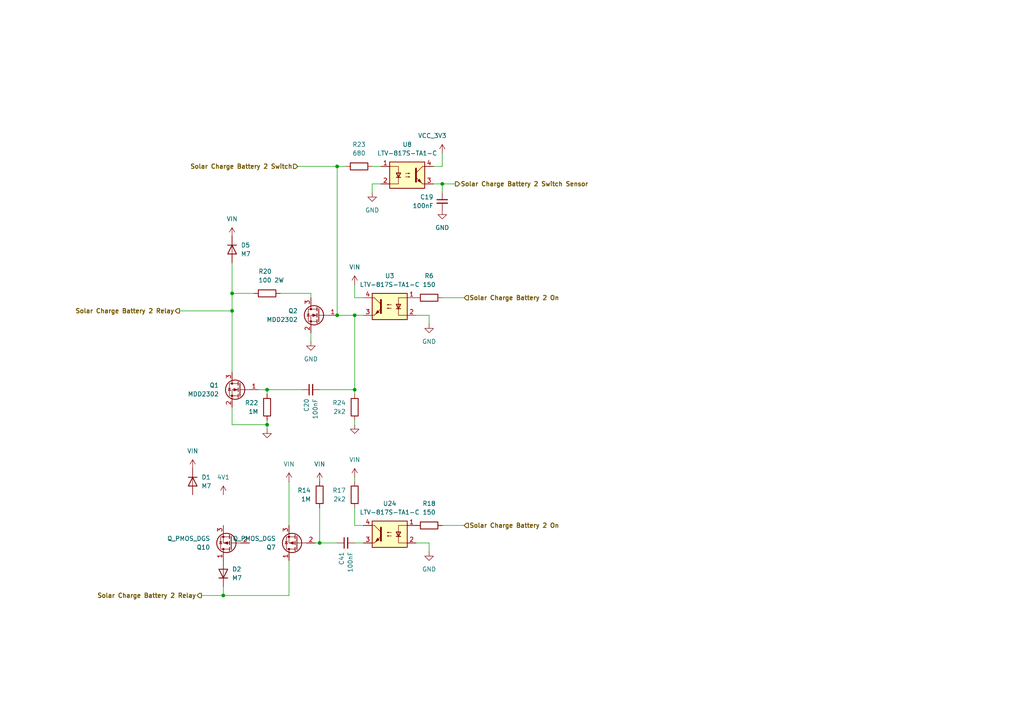
<source format=kicad_sch>
(kicad_sch (version 20250114) (generator "eeschema") (generator_version "9.0")
  (paper "A4")
  (title_block (title "Solar Charge Management") (date "2025-09-04") (rev "1.0"))
  (lib_symbols
    (symbol "Device:C_Small" (pin_numbers (hide yes)) (pin_names (offset 0.254) (hide yes))
      (property "Reference" "C" (at 0.254 1.778 0))
      (property "Value" "C_Small" (at 0.254 -2.032 0))
      (symbol "C_Small_0_1"
        (polyline (pts (xy -1.524 0.508) (xy 1.524 0.508)) (stroke (width 0.3048)))
        (polyline (pts (xy -1.524 -0.508) (xy 1.524 -0.508)) (stroke (width 0.3302)))
      )
      (symbol "C_Small_1_1"
        (pin passive line (at 0 2.54 270) (length 2.032) (name "~") (number "1"))
        (pin passive line (at 0 -2.54 90) (length 2.032) (name "~") (number "2"))
      )
    )
    (symbol "Device:R" (pin_numbers (hide yes)) (pin_names (offset 0))
      (property "Reference" "R" (at 2.032 0 90))
      (property "Value" "R" (at 0 0 90))
      (symbol "R_0_1"
        (rectangle (start -1.016 -2.54) (end 1.016 2.54) (stroke (width 0.254)))
      )
      (symbol "R_1_1"
        (pin passive line (at 0 3.81 270) (length 1.27) (name "~") (number "1"))
        (pin passive line (at 0 -3.81 90) (length 1.27) (name "~") (number "2"))
      )
    )
    (symbol "Diode:1N4001" (pin_numbers (hide yes)) (pin_names (hide yes))
      (property "Reference" "D" (at 0 2.54 0))
      (property "Value" "1N4001" (at 0 -2.54 0))
      (symbol "1N4001_0_1"
        (polyline (pts (xy -1.27 1.27) (xy -1.27 -1.27)) (stroke (width 0.254)))
        (polyline (pts (xy 1.27 1.27) (xy 1.27 -1.27) (xy -1.27 0) (xy 1.27 1.27)) (stroke (width 0.254)))
        (polyline (pts (xy 1.27 0) (xy -1.27 0)))
      )
      (symbol "1N4001_1_1"
        (pin passive line (at -3.81 0 0) (length 2.54) (name "K") (number "1"))
        (pin passive line (at 3.81 0 180) (length 2.54) (name "A") (number "2"))
      )
    )
    (symbol "Isolator:LTV-357T" (pin_names (offset 1.016))
      (property "Reference" "U" (at -5.334 4.826 0))
      (property "Value" "LTV-357T" (at 0 5.08 0))
      (symbol "LTV-357T_0_1"
        (rectangle (start -5.08 3.81) (end 5.08 -3.81) (stroke (width 0.254)) (fill (type background)))
        (polyline (pts (xy -5.08 2.54) (xy -2.54 2.54) (xy -2.54 -0.762)))
        (polyline (pts (xy -3.175 -0.635) (xy -1.905 -0.635)) (stroke (width 0.254)))
        (polyline (pts (xy -2.54 -0.635) (xy -2.54 -2.54) (xy -5.08 -2.54)))
        (polyline (pts (xy -2.54 -0.635) (xy -3.175 0.635) (xy -1.905 0.635) (xy -2.54 -0.635)) (stroke (width 0.254)))
        (polyline (pts (xy -0.508 0.508) (xy 0.762 0.508) (xy 0.381 0.381) (xy 0.381 0.635) (xy 0.762 0.508)))
        (polyline (pts (xy -0.508 -0.508) (xy 0.762 -0.508) (xy 0.381 -0.635) (xy 0.381 -0.381) (xy 0.762 -0.508)))
        (polyline (pts (xy 2.54 1.905) (xy 2.54 -1.905)) (stroke (width 0.508)))
        (polyline (pts (xy 2.54 0.635) (xy 4.445 2.54)))
        (polyline (pts (xy 3.048 -1.651) (xy 3.556 -1.143) (xy 4.064 -2.159) (xy 3.048 -1.651)) (fill (type outline)))
        (polyline (pts (xy 4.445 2.54) (xy 5.08 2.54)))
        (polyline (pts (xy 4.445 -2.54) (xy 2.54 -0.635)) (fill (type outline)))
        (polyline (pts (xy 4.445 -2.54) (xy 5.08 -2.54)))
      )
      (symbol "LTV-357T_1_1"
        (pin passive line (at -7.62 2.54 0) (length 2.54) (name "~") (number "1"))
        (pin passive line (at -7.62 -2.54 0) (length 2.54) (name "~") (number "2"))
        (pin passive line (at 7.62 2.54 180) (length 2.54) (name "~") (number "4"))
        (pin passive line (at 7.62 -2.54 180) (length 2.54) (name "~") (number "3"))
      )
    )
    (symbol "Transistor_FET:Q_PMOS_DGS" (pin_names (offset 0) (hide yes))
      (property "Reference" "Q" (at 5.08 1.905 0))
      (property "Value" "Q_PMOS_DGS" (at 5.08 0 0))
      (symbol "Q_PMOS_DGS_0_1"
        (polyline (pts (xy 0.254 1.905) (xy 0.254 -1.905)) (stroke (width 0.254)))
        (polyline (pts (xy 0.254 0) (xy -2.54 0)))
        (polyline (pts (xy 0.762 2.286) (xy 0.762 1.27)) (stroke (width 0.254)))
        (polyline (pts (xy 0.762 1.778) (xy 3.302 1.778) (xy 3.302 -1.778) (xy 0.762 -1.778)))
        (polyline (pts (xy 0.762 0.508) (xy 0.762 -0.508)) (stroke (width 0.254)))
        (polyline (pts (xy 0.762 -1.27) (xy 0.762 -2.286)) (stroke (width 0.254)))
        (circle (center 1.651 0) (radius 2.794) (stroke (width 0.254)))
        (polyline (pts (xy 2.286 0) (xy 1.27 0.381) (xy 1.27 -0.381) (xy 2.286 0)) (fill (type outline)))
        (polyline (pts (xy 2.54 2.54) (xy 2.54 1.778)))
        (circle (center 2.54 1.778) (radius 0.254) (fill (type outline)))
        (circle (center 2.54 -1.778) (radius 0.254) (fill (type outline)))
        (polyline (pts (xy 2.54 -2.54) (xy 2.54 0) (xy 0.762 0)))
        (polyline (pts (xy 2.921 -0.381) (xy 3.683 -0.381)))
        (polyline (pts (xy 3.302 -0.381) (xy 2.921 0.254) (xy 3.683 0.254) (xy 3.302 -0.381)))
      )
      (symbol "Q_PMOS_DGS_1_1"
        (pin input line (at -5.08 0 0) (length 2.54) (name "G") (number "2"))
        (pin passive line (at 2.54 5.08 270) (length 2.54) (name "D") (number "1"))
        (pin passive line (at 2.54 -5.08 90) (length 2.54) (name "S") (number "3"))
      )
    )
    (symbol "camper_van:MDD2302" (pin_names (offset 0) (hide yes))
      (property "Reference" "Q7" (at 6.35 1.2701 0))
      (property "Value" "MDD2302" (at 6.35 -1.2699 0))
      (symbol "MDD2302_0_1"
        (polyline (pts (xy 0.254 1.905) (xy 0.254 -1.905)) (stroke (width 0.254)))
        (polyline (pts (xy 0.254 0) (xy -2.54 0)))
        (polyline (pts (xy 0.762 2.286) (xy 0.762 1.27)) (stroke (width 0.254)))
        (polyline (pts (xy 0.762 0.508) (xy 0.762 -0.508)) (stroke (width 0.254)))
        (polyline (pts (xy 0.762 -1.27) (xy 0.762 -2.286)) (stroke (width 0.254)))
        (polyline (pts (xy 0.762 -1.778) (xy 3.302 -1.778) (xy 3.302 1.778) (xy 0.762 1.778)))
        (polyline (pts (xy 1.016 0) (xy 2.032 0.381) (xy 2.032 -0.381) (xy 1.016 0)) (fill (type outline)))
        (circle (center 1.651 0) (radius 2.794) (stroke (width 0.254)))
        (polyline (pts (xy 2.54 2.54) (xy 2.54 1.778)))
        (circle (center 2.54 1.778) (radius 0.254) (fill (type outline)))
        (circle (center 2.54 -1.778) (radius 0.254) (fill (type outline)))
        (polyline (pts (xy 2.54 -2.54) (xy 2.54 0) (xy 0.762 0)))
        (polyline (pts (xy 2.921 0.381) (xy 3.683 0.381)))
        (polyline (pts (xy 3.302 0.381) (xy 2.921 -0.254) (xy 3.683 -0.254) (xy 3.302 0.381)))
      )
      (symbol "MDD2302_1_1"
        (pin input line (at -5.08 0 0) (length 2.54) (name "G") (number "1"))
        (pin passive line (at 2.54 5.08 270) (length 2.54) (name "D") (number "3"))
        (pin passive line (at 2.54 -5.08 90) (length 2.54) (name "S") (number "2"))
      )
    )
    (symbol "power:+5V" (power) (pin_numbers (hide yes)) (pin_names (offset 0) (hide yes))
      (property "Value" "+5V" (at 0 3.556 0))
      (symbol "+5V_0_1"
        (polyline (pts (xy -0.762 1.27) (xy 0 2.54)))
        (polyline (pts (xy 0 2.54) (xy 0.762 1.27)))
        (polyline (pts (xy 0 0) (xy 0 2.54)))
      )
      (symbol "+5V_1_1"
        (pin power_in line (at 0 0 90) (length 0) (name "~") (number "1"))
      )
    )
    (symbol "power:GND" (power) (pin_numbers (hide yes)) (pin_names (offset 0) (hide yes))
      (property "Value" "GND" (at 0 -3.81 0))
      (symbol "GND_0_1"
        (polyline (pts (xy 0 0) (xy 0 -1.27) (xy 1.27 -1.27) (xy 0 -2.54) (xy -1.27 -1.27) (xy 0 -1.27)))
      )
      (symbol "GND_1_1"
        (pin power_in line (at 0 0 270) (length 0) (name "~") (number "1"))
      )
    )
    (symbol "power:VDD" (power) (pin_numbers (hide yes)) (pin_names (offset 0) (hide yes))
      (property "Value" "VDD" (at 0 3.556 0))
      (symbol "VDD_0_1"
        (polyline (pts (xy -0.762 1.27) (xy 0 2.54)))
        (polyline (pts (xy 0 2.54) (xy 0.762 1.27)))
        (polyline (pts (xy 0 0) (xy 0 2.54)))
      )
      (symbol "VDD_1_1"
        (pin power_in line (at 0 0 90) (length 0) (name "~") (number "1"))
      )
    )
  )
  (junction (at 97.79 91.44))
  (junction (at 67.31 85.09))
  (junction (at 92.71 157.48))
  (junction (at 128.27 53.34))
  (junction (at 102.87 113.03))
  (junction (at 97.79 48.26))
  (junction (at 102.87 91.44))
  (junction (at 67.31 90.17))
  (junction (at 77.47 113.03))
  (junction (at 64.77 172.72))
  (junction (at 77.47 123.19))
  (wire (pts (xy 110.49 53.34) (xy 107.95 53.34)))
  (wire (pts (xy 92.71 113.03) (xy 102.87 113.03)))
  (wire (pts (xy 128.27 48.26) (xy 125.73 48.26)))
  (wire (pts (xy 102.87 121.92) (xy 102.87 123.19)))
  (wire (pts (xy 102.87 91.44) (xy 105.41 91.44)))
  (wire (pts (xy 83.82 139.7) (xy 83.82 152.4)))
  (wire (pts (xy 128.27 53.34) (xy 132.08 53.34)))
  (wire (pts (xy 77.47 121.92) (xy 77.47 123.19)))
  (wire (pts (xy 102.87 86.36) (xy 105.41 86.36)))
  (wire (pts (xy 102.87 147.32) (xy 102.87 152.4)))
  (wire (pts (xy 128.27 152.4) (xy 134.62 152.4)))
  (wire (pts (xy 92.71 147.32) (xy 92.71 157.48)))
  (wire (pts (xy 102.87 114.3) (xy 102.87 113.03)))
  (wire (pts (xy 77.47 124.46) (xy 77.47 123.19)))
  (wire (pts (xy 124.46 157.48) (xy 120.65 157.48)))
  (wire (pts (xy 128.27 55.88) (xy 128.27 53.34)))
  (wire (pts (xy 52.07 90.17) (xy 67.31 90.17)))
  (wire (pts (xy 83.82 162.56) (xy 83.82 172.72)))
  (wire (pts (xy 67.31 90.17) (xy 67.31 107.95)))
  (wire (pts (xy 83.82 172.72) (xy 64.77 172.72)))
  (wire (pts (xy 110.49 48.26) (xy 107.95 48.26)))
  (wire (pts (xy 86.36 48.26) (xy 97.79 48.26)))
  (wire (pts (xy 58.42 172.72) (xy 64.77 172.72)))
  (wire (pts (xy 77.47 114.3) (xy 77.47 113.03)))
  (wire (pts (xy 128.27 86.36) (xy 134.62 86.36)))
  (wire (pts (xy 92.71 157.48) (xy 97.79 157.48)))
  (wire (pts (xy 128.27 53.34) (xy 125.73 53.34)))
  (wire (pts (xy 90.17 85.09) (xy 90.17 86.36)))
  (wire (pts (xy 102.87 91.44) (xy 102.87 113.03)))
  (wire (pts (xy 124.46 93.98) (xy 124.46 91.44)))
  (wire (pts (xy 67.31 76.2) (xy 67.31 85.09)))
  (wire (pts (xy 97.79 48.26) (xy 97.79 91.44)))
  (wire (pts (xy 124.46 91.44) (xy 120.65 91.44)))
  (wire (pts (xy 77.47 113.03) (xy 87.63 113.03)))
  (wire (pts (xy 64.77 172.72) (xy 64.77 170.18)))
  (wire (pts (xy 128.27 44.45) (xy 128.27 48.26)))
  (wire (pts (xy 90.17 96.52) (xy 90.17 99.06)))
  (wire (pts (xy 67.31 118.11) (xy 67.31 123.19)))
  (wire (pts (xy 124.46 160.02) (xy 124.46 157.48)))
  (wire (pts (xy 107.95 53.34) (xy 107.95 55.88)))
  (wire (pts (xy 102.87 138.43) (xy 102.87 139.7)))
  (wire (pts (xy 102.87 157.48) (xy 105.41 157.48)))
  (wire (pts (xy 102.87 152.4) (xy 105.41 152.4)))
  (wire (pts (xy 91.44 157.48) (xy 92.71 157.48)))
  (wire (pts (xy 81.28 85.09) (xy 90.17 85.09)))
  (wire (pts (xy 102.87 82.55) (xy 102.87 86.36)))
  (wire (pts (xy 67.31 123.19) (xy 77.47 123.19)))
  (wire (pts (xy 74.93 113.03) (xy 77.47 113.03)))
  (wire (pts (xy 97.79 48.26) (xy 100.33 48.26)))
  (wire (pts (xy 67.31 85.09) (xy 67.31 90.17)))
  (wire (pts (xy 97.79 91.44) (xy 102.87 91.44)))
  (wire (pts (xy 67.31 85.09) (xy 73.66 85.09)))
  (hierarchical_label "Solar Charge Battery 2 Relay" (shape output) (at 58.42 172.72 180) (effects (font (thickness 0.254) (bold yes))))
  (hierarchical_label "Solar Charge Battery 2 Switch" (shape input) (at 86.36 48.26 180) (effects (font (thickness 0.254) (bold yes))))
  (hierarchical_label "Solar Charge Battery 2 On" (shape input) (at 134.62 86.36 0) (effects (font (thickness 0.254) (bold yes))))
  (hierarchical_label "Solar Charge Battery 2 Switch Sensor" (shape output) (at 132.08 53.34 0) (effects (font (thickness 0.254) (bold yes))))
  (hierarchical_label "Solar Charge Battery 2 Relay" (shape output) (at 52.07 90.17 180) (effects (font (thickness 0.254) (bold yes))))
  (hierarchical_label "Solar Charge Battery 2 On" (shape input) (at 134.62 152.4 0) (effects (font (thickness 0.254) (bold yes))))
  (symbol (lib_id "power:GND") (at 77.47 124.46 0) (mirror y) (unit 1)
    (property "Reference" "#PWR087" (effects (hide yes)))
    (property "Value" "GND" (effects (hide yes)))
    (property "Description" "Power symbol creates a global label with name \"GND\" , ground" (effects (hide yes)))
  )
  (symbol (lib_id "power:VDD") (at 92.71 139.7 0) (unit 1)
    (property "Reference" "#PWR037" (effects (hide yes)))
    (property "Value" "VIN" (at 92.71 134.62 0))
    (property "Description" "Power symbol creates a global label with name \"VDD\"" (effects (hide yes)))
  )
  (symbol (lib_id "power:GND") (at 102.87 123.19 0) (mirror y) (unit 1)
    (property "Reference" "#PWR090" (effects (hide yes)))
    (property "Value" "GND" (effects (hide yes)))
    (property "Description" "Power symbol creates a global label with name \"GND\" , ground" (effects (hide yes)))
  )
  (symbol (lib_id "Diode:1N4001") (at 64.77 166.37 90) (unit 1)
    (property "Reference" "D2" (at 67.31 165.0999 90) (effects (justify right)))
    (property "Value" "M7" (at 67.31 167.6399 90) (effects (justify right)))
    (property "Footprint" "Diode_SMD:D_SMA" (effects (hide yes)))
    (property "Datasheet" "http://www.vishay.com/docs/88503/1n4001.pdf" (effects (hide yes)))
    (property "Description" "50V 1A General Purpose Rectifier Diode, DO-41" (effects (hide yes)))
    (property "Sim.Device" "D" (effects (hide yes)))
    (property "Sim.Pins" "1=K 2=A" (effects (hide yes)))
    (property "LCSC PN" "C95872" (effects (hide yes)))
    (property "Extended" "B" (effects (hide yes)))
  )
  (symbol (lib_id "Device:R") (at 77.47 118.11 0) (mirror y) (unit 1)
    (property "Reference" "R22" (at 74.93 116.8399 0) (effects (justify left)))
    (property "Value" "1M" (at 74.93 119.3799 0) (effects (justify left)))
    (property "Footprint" "Resistor_SMD:R_0805_2012Metric" (effects (hide yes)))
    (property "Description" "Resistor" (effects (hide yes)))
    (property "LCSC PN" "C17514" (effects (hide yes)))
    (property "Extended" "B" (effects (hide yes)))
  )
  (symbol (lib_id "Isolator:LTV-357T") (at 113.03 88.9 0) (mirror y) (unit 1)
    (property "Reference" "U3" (at 113.03 80.01 0))
    (property "Value" "LTV-817S-TA1-C" (at 113.03 82.55 0))
    (property "Footprint" "Package_SO:SO-4_4.4x3.6mm_P2.54mm" (effects (hide yes)))
    (property "Datasheet" "https://www.buerklin.com/medias/sys_master/download/download/h91/ha0/8892020588574.pdf" (effects (hide yes)))
    (property "Description" "DC Optocoupler, Vce 35V, CTR 50%, SO-4" (effects (hide yes)))
    (property "LCSC PN" "C109227" (effects (hide yes)))
    (property "Extended" "B" (effects (hide yes)))
  )
  (symbol (lib_id "Transistor_FET:Q_PMOS_DGS") (at 86.36 157.48 180) (unit 1)
    (property "Reference" "Q7" (at 80.01 158.7501 0) (effects (justify left)))
    (property "Value" "Q_PMOS_DGS" (at 80.01 156.2101 0) (effects (justify left)))
    (property "Footprint" "Package_TO_SOT_SMD:SOT-23" (effects (hide yes)))
    (property "Description" "P-MOSFET transistor, drain/gate/source" (effects (hide yes)))
  )
  (symbol (lib_id "Isolator:LTV-357T") (at 118.11 50.8 0) (unit 1)
    (property "Reference" "U8" (at 118.11 41.91 0))
    (property "Value" "LTV-817S-TA1-C" (at 118.11 44.45 0))
    (property "Footprint" "Package_SO:SO-4_4.4x3.6mm_P2.54mm" (effects (hide yes)))
    (property "Datasheet" "https://www.buerklin.com/medias/sys_master/download/download/h91/ha0/8892020588574.pdf" (effects (hide yes)))
    (property "Description" "DC Optocoupler, Vce 35V, CTR 50%, SO-4" (effects (hide yes)))
    (property "LCSC PN" "C109227" (effects (hide yes)))
    (property "Extended" "B" (effects (hide yes)))
  )
  (symbol (lib_id "Device:R") (at 102.87 118.11 0) (mirror y) (unit 1)
    (property "Reference" "R24" (at 100.33 116.8399 0) (effects (justify left)))
    (property "Value" "2k2" (at 100.33 119.3799 0) (effects (justify left)))
    (property "Footprint" "Resistor_SMD:R_0805_2012Metric" (effects (hide yes)))
    (property "Description" "Resistor" (effects (hide yes)))
    (property "LCSC PN" "C17520" (effects (hide yes)))
    (property "Extended" "B" (effects (hide yes)))
  )
  (symbol (lib_id "Device:R") (at 124.46 86.36 270) (mirror x) (unit 1)
    (property "Reference" "R6" (at 124.46 80.01 90))
    (property "Value" "150" (at 124.46 82.55 90))
    (property "Footprint" "Resistor_SMD:R_0805_2012Metric" (effects (hide yes)))
    (property "Description" "Resistor" (effects (hide yes)))
    (property "LCSC PN" "C17471" (effects (hide yes)))
    (property "Extended" "B" (effects (hide yes)))
  )
  (symbol (lib_id "camper_van:MDD2302") (at 92.71 91.44 0) (mirror y) (unit 1)
    (property "Reference" "Q2" (at 86.36 90.1699 0) (effects (justify left)))
    (property "Value" "MDD2302" (at 86.36 92.7099 0) (effects (justify left)))
    (property "Footprint" "Package_TO_SOT_SMD:SOT-23" (effects (hide yes)))
    (property "Datasheet" "https://jlcpcb.com/api/file/downloadByFileSystemAccessId/8588906188805722112" (effects (hide yes)))
    (property "Description" "4A Id, 20V Vds, 25mOhm Rds, N-Channel HEXFET Power MOSFET, SOT-23" (effects (hide yes)))
    (property "LCSC PN" "C427390" (effects (hide yes)))
    (property "Extended" "PE" (effects (hide yes)))
  )
  (symbol (lib_id "power:VDD") (at 67.31 68.58 0) (unit 1)
    (property "Reference" "#PWR086" (effects (hide yes)))
    (property "Value" "VIN" (at 67.31 63.5 0))
    (property "Description" "Power symbol creates a global label with name \"VDD\"" (effects (hide yes)))
  )
  (symbol (lib_id "Diode:1N4001") (at 67.31 72.39 270) (unit 1)
    (property "Reference" "D5" (at 69.85 71.1199 90) (effects (justify left)))
    (property "Value" "M7" (at 69.85 73.6599 90) (effects (justify left)))
    (property "Footprint" "Diode_SMD:D_SMA" (effects (hide yes)))
    (property "Datasheet" "http://www.vishay.com/docs/88503/1n4001.pdf" (effects (hide yes)))
    (property "Description" "50V 1A General Purpose Rectifier Diode, DO-41" (effects (hide yes)))
    (property "Sim.Device" "D" (effects (hide yes)))
    (property "Sim.Pins" "1=K 2=A" (effects (hide yes)))
    (property "LCSC PN" "C95872" (effects (hide yes)))
    (property "Extended" "B" (effects (hide yes)))
  )
  (symbol (lib_id "Device:C_Small") (at 90.17 113.03 90) (mirror x) (unit 1)
    (property "Reference" "C20" (at 88.9062 115.57 0) (effects (justify left)))
    (property "Value" "100nF" (at 91.4462 115.57 0) (effects (justify left)))
    (property "Footprint" "Capacitor_SMD:C_0805_2012Metric" (effects (hide yes)))
    (property "Description" "Unpolarized capacitor, small symbol" (effects (hide yes)))
    (property "LCSC PN" "C28233" (effects (hide yes)))
    (property "Extended" "B" (effects (hide yes)))
  )
  (symbol (lib_id "power:VDD") (at 102.87 82.55 0) (unit 1)
    (property "Reference" "#PWR089" (effects (hide yes)))
    (property "Value" "VIN" (at 102.87 77.47 0))
    (property "Description" "Power symbol creates a global label with name \"VDD\"" (effects (hide yes)))
  )
  (symbol (lib_id "power:GND") (at 124.46 93.98 0) (mirror y) (unit 1)
    (property "Reference" "#PWR092" (effects (hide yes)))
    (property "Value" "GND" (at 124.46 99.06 0))
    (property "Description" "Power symbol creates a global label with name \"GND\" , ground" (effects (hide yes)))
  )
  (symbol (lib_id "power:GND") (at 90.17 99.06 0) (mirror y) (unit 1)
    (property "Reference" "#PWR088" (effects (hide yes)))
    (property "Value" "GND" (at 90.17 104.14 0))
    (property "Description" "Power symbol creates a global label with name \"GND\" , ground" (effects (hide yes)))
  )
  (symbol (lib_id "power:GND") (at 124.46 160.02 0) (mirror y) (unit 1)
    (property "Reference" "#PWR072" (effects (hide yes)))
    (property "Value" "GND" (at 124.46 165.1 0))
    (property "Description" "Power symbol creates a global label with name \"GND\" , ground" (effects (hide yes)))
  )
  (symbol (lib_id "Diode:1N4001") (at 55.88 139.7 270) (unit 1)
    (property "Reference" "D1" (at 58.42 138.4299 90) (effects (justify left)))
    (property "Value" "M7" (at 58.42 140.9699 90) (effects (justify left)))
    (property "Footprint" "Diode_SMD:D_SMA" (effects (hide yes)))
    (property "Datasheet" "http://www.vishay.com/docs/88503/1n4001.pdf" (effects (hide yes)))
    (property "Description" "50V 1A General Purpose Rectifier Diode, DO-41" (effects (hide yes)))
    (property "Sim.Device" "D" (effects (hide yes)))
    (property "Sim.Pins" "1=K 2=A" (effects (hide yes)))
    (property "LCSC PN" "C95872" (effects (hide yes)))
    (property "Extended" "B" (effects (hide yes)))
  )
  (symbol (lib_id "Device:R") (at 124.46 152.4 270) (mirror x) (unit 1)
    (property "Reference" "R18" (at 124.46 146.05 90))
    (property "Value" "150" (at 124.46 148.59 90))
    (property "Footprint" "Resistor_SMD:R_0805_2012Metric" (effects (hide yes)))
    (property "Description" "Resistor" (effects (hide yes)))
    (property "LCSC PN" "C17471" (effects (hide yes)))
    (property "Extended" "B" (effects (hide yes)))
  )
  (symbol (lib_id "Device:R") (at 104.14 48.26 270) (mirror x) (unit 1)
    (property "Reference" "R23" (at 104.14 41.91 90))
    (property "Value" "680" (at 104.14 44.45 90))
    (property "Footprint" "Resistor_SMD:R_0805_2012Metric" (effects (hide yes)))
    (property "Description" "Resistor" (effects (hide yes)))
    (property "LCSC PN" "C17798" (effects (hide yes)))
    (property "Extended" "B" (effects (hide yes)))
  )
  (symbol (lib_id "power:GND") (at 107.95 55.88 0) (mirror y) (unit 1)
    (property "Reference" "#PWR091" (effects (hide yes)))
    (property "Value" "GND" (at 107.95 60.96 0))
    (property "Description" "Power symbol creates a global label with name \"GND\" , ground" (effects (hide yes)))
  )
  (symbol (lib_id "power:GND") (at 128.27 60.96 0) (mirror y) (unit 1)
    (property "Reference" "#PWR094" (effects (hide yes)))
    (property "Value" "GND" (at 128.27 66.04 0))
    (property "Description" "Power symbol creates a global label with name \"GND\" , ground" (effects (hide yes)))
  )
  (symbol (lib_id "Device:R") (at 92.71 143.51 0) (mirror y) (unit 1)
    (property "Reference" "R14" (at 90.17 142.2399 0) (effects (justify left)))
    (property "Value" "1M" (at 90.17 144.7799 0) (effects (justify left)))
    (property "Footprint" "Resistor_SMD:R_0805_2012Metric" (effects (hide yes)))
    (property "Description" "Resistor" (effects (hide yes)))
    (property "LCSC PN" "C17514" (effects (hide yes)))
    (property "Extended" "B" (effects (hide yes)))
  )
  (symbol (lib_id "Device:R") (at 77.47 85.09 270) (mirror x) (unit 1)
    (property "Reference" "R20" (at 74.93 78.74 90) (effects (justify left)))
    (property "Value" "100 2W" (at 74.93 81.28 90) (effects (justify left)))
    (property "Footprint" "Resistor_SMD:R_2512_6332Metric" (effects (hide yes)))
    (property "Description" "Resistor" (effects (hide yes)))
    (property "LCSC PN" "C414893" (effects (hide yes)))
    (property "Extended" "E" (effects (hide yes)))
  )
  (symbol (lib_id "Isolator:LTV-357T") (at 113.03 154.94 0) (mirror y) (unit 1)
    (property "Reference" "U24" (at 113.03 146.05 0))
    (property "Value" "LTV-817S-TA1-C" (at 113.03 148.59 0))
    (property "Footprint" "Package_SO:SO-4_4.4x3.6mm_P2.54mm" (effects (hide yes)))
    (property "Datasheet" "https://www.buerklin.com/medias/sys_master/download/download/h91/ha0/8892020588574.pdf" (effects (hide yes)))
    (property "Description" "DC Optocoupler, Vce 35V, CTR 50%, SO-4" (effects (hide yes)))
    (property "LCSC PN" "C109227" (effects (hide yes)))
    (property "Extended" "B" (effects (hide yes)))
  )
  (symbol (lib_id "Transistor_FET:Q_PMOS_DGS") (at 67.31 157.48 180) (unit 1)
    (property "Reference" "Q10" (at 60.96 158.7501 0) (effects (justify left)))
    (property "Value" "Q_PMOS_DGS" (at 60.96 156.2101 0) (effects (justify left)))
    (property "Footprint" "Package_TO_SOT_SMD:SOT-23" (effects (hide yes)))
    (property "Description" "P-MOSFET transistor, drain/gate/source" (effects (hide yes)))
  )
  (symbol (lib_id "Device:C_Small") (at 128.27 58.42 0) (mirror y) (unit 1)
    (property "Reference" "C19" (at 125.73 57.1562 0) (effects (justify left)))
    (property "Value" "100nF" (at 125.73 59.6962 0) (effects (justify left)))
    (property "Footprint" "Capacitor_SMD:C_0805_2012Metric" (effects (hide yes)))
    (property "Description" "Unpolarized capacitor, small symbol" (effects (hide yes)))
    (property "LCSC PN" "C28233" (effects (hide yes)))
    (property "Extended" "B" (effects (hide yes)))
  )
  (symbol (lib_id "power:VDD") (at 102.87 138.43 0) (unit 1)
    (property "Reference" "#PWR038" (effects (hide yes)))
    (property "Value" "VIN" (at 102.87 133.35 0))
    (property "Description" "Power symbol creates a global label with name \"VDD\"" (effects (hide yes)))
  )
  (symbol (lib_id "Device:R") (at 102.87 143.51 0) (mirror y) (unit 1)
    (property "Reference" "R17" (at 100.33 142.2399 0) (effects (justify left)))
    (property "Value" "2k2" (at 100.33 144.7799 0) (effects (justify left)))
    (property "Footprint" "Resistor_SMD:R_0805_2012Metric" (effects (hide yes)))
    (property "Description" "Resistor" (effects (hide yes)))
    (property "LCSC PN" "C17520" (effects (hide yes)))
    (property "Extended" "B" (effects (hide yes)))
  )
  (symbol (lib_id "power:+5V") (at 128.27 44.45 0) (mirror y) (unit 1)
    (property "Reference" "#PWR093" (effects (hide yes)))
    (property "Value" "VCC_3V3" (at 129.54 39.37 0) (effects (justify left)))
    (property "Description" "Power symbol creates a global label with name \"+5V\"" (effects (hide yes)))
  )
  (symbol (lib_id "Device:C_Small") (at 100.33 157.48 90) (mirror x) (unit 1)
    (property "Reference" "C41" (at 99.0662 160.02 0) (effects (justify left)))
    (property "Value" "100nF" (at 101.6062 160.02 0) (effects (justify left)))
    (property "Footprint" "Capacitor_SMD:C_0805_2012Metric" (effects (hide yes)))
    (property "Description" "Unpolarized capacitor, small symbol" (effects (hide yes)))
    (property "LCSC PN" "C28233" (effects (hide yes)))
    (property "Extended" "B" (effects (hide yes)))
  )
  (symbol (lib_id "power:VDD") (at 64.77 143.51 0) (unit 1)
    (property "Reference" "#PWR021" (effects (hide yes)))
    (property "Value" "4V1" (at 64.77 138.43 0))
    (property "Description" "Power symbol creates a global label with name \"VDD\"" (effects (hide yes)))
  )
  (symbol (lib_id "power:VDD") (at 83.82 139.7 0) (unit 1)
    (property "Reference" "#PWR071" (effects (hide yes)))
    (property "Value" "VIN" (at 83.82 134.62 0))
    (property "Description" "Power symbol creates a global label with name \"VDD\"" (effects (hide yes)))
  )
  (symbol (lib_id "camper_van:MDD2302") (at 69.85 113.03 0) (mirror y) (unit 1)
    (property "Reference" "Q1" (at 63.5 111.7599 0) (effects (justify left)))
    (property "Value" "MDD2302" (at 63.5 114.2999 0) (effects (justify left)))
    (property "Footprint" "Package_TO_SOT_SMD:SOT-23" (effects (hide yes)))
    (property "Datasheet" "https://jlcpcb.com/api/file/downloadByFileSystemAccessId/8588906188805722112" (effects (hide yes)))
    (property "Description" "4A Id, 20V Vds, 25mOhm Rds, N-Channel HEXFET Power MOSFET, SOT-23" (effects (hide yes)))
    (property "LCSC PN" "C427390" (effects (hide yes)))
    (property "Extended" "PE" (effects (hide yes)))
  )
  (symbol (lib_id "power:VDD") (at 55.88 135.89 0) (unit 1)
    (property "Reference" "#PWR019" (effects (hide yes)))
    (property "Value" "VIN" (at 55.88 130.81 0))
    (property "Description" "Power symbol creates a global label with name \"VDD\"" (effects (hide yes)))
  )
)
</source>
